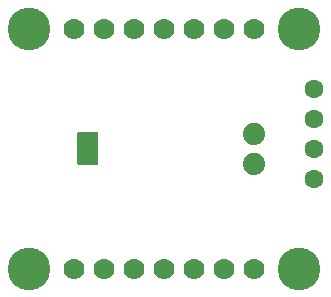
<source format=gbr>
G04 EAGLE Gerber RS-274X export*
G75*
%MOMM*%
%FSLAX34Y34*%
%LPD*%
%INSoldermask Bottom*%
%IPPOS*%
%AMOC8*
5,1,8,0,0,1.08239X$1,22.5*%
G01*
%ADD10C,3.617600*%
%ADD11C,1.778000*%
%ADD12C,1.601600*%
%ADD13C,1.879600*%
%ADD14R,1.701800X1.270000*%
%ADD15R,0.304800X0.736600*%

G36*
X82668Y113046D02*
X82668Y113046D01*
X82787Y113053D01*
X82825Y113066D01*
X82866Y113071D01*
X82976Y113114D01*
X83089Y113151D01*
X83124Y113173D01*
X83161Y113188D01*
X83257Y113258D01*
X83358Y113321D01*
X83386Y113351D01*
X83419Y113374D01*
X83495Y113466D01*
X83576Y113553D01*
X83596Y113588D01*
X83621Y113619D01*
X83672Y113727D01*
X83730Y113831D01*
X83740Y113871D01*
X83757Y113907D01*
X83779Y114024D01*
X83809Y114139D01*
X83813Y114200D01*
X83817Y114220D01*
X83815Y114240D01*
X83819Y114300D01*
X83819Y139700D01*
X83804Y139818D01*
X83797Y139937D01*
X83784Y139975D01*
X83779Y140016D01*
X83736Y140126D01*
X83699Y140239D01*
X83677Y140274D01*
X83662Y140311D01*
X83593Y140407D01*
X83529Y140508D01*
X83499Y140536D01*
X83476Y140569D01*
X83384Y140645D01*
X83297Y140726D01*
X83262Y140746D01*
X83231Y140771D01*
X83123Y140822D01*
X83019Y140880D01*
X82979Y140890D01*
X82943Y140907D01*
X82826Y140929D01*
X82711Y140959D01*
X82651Y140963D01*
X82631Y140967D01*
X82610Y140965D01*
X82550Y140969D01*
X67310Y140969D01*
X67192Y140954D01*
X67073Y140947D01*
X67035Y140934D01*
X66994Y140929D01*
X66884Y140886D01*
X66771Y140849D01*
X66736Y140827D01*
X66699Y140812D01*
X66603Y140743D01*
X66502Y140679D01*
X66474Y140649D01*
X66441Y140626D01*
X66366Y140534D01*
X66284Y140447D01*
X66264Y140412D01*
X66239Y140381D01*
X66188Y140273D01*
X66130Y140169D01*
X66120Y140129D01*
X66103Y140093D01*
X66081Y139976D01*
X66051Y139861D01*
X66047Y139801D01*
X66043Y139781D01*
X66044Y139769D01*
X66043Y139766D01*
X66044Y139753D01*
X66041Y139700D01*
X66041Y114300D01*
X66056Y114182D01*
X66063Y114063D01*
X66076Y114025D01*
X66081Y113984D01*
X66124Y113874D01*
X66161Y113761D01*
X66183Y113726D01*
X66198Y113689D01*
X66268Y113593D01*
X66331Y113492D01*
X66361Y113464D01*
X66384Y113431D01*
X66476Y113356D01*
X66563Y113274D01*
X66598Y113254D01*
X66629Y113229D01*
X66737Y113178D01*
X66841Y113120D01*
X66881Y113110D01*
X66917Y113093D01*
X67034Y113071D01*
X67149Y113041D01*
X67210Y113037D01*
X67230Y113033D01*
X67250Y113035D01*
X67310Y113031D01*
X82550Y113031D01*
X82668Y113046D01*
G37*
D10*
X254000Y25400D03*
X25400Y25400D03*
D11*
X63500Y25400D03*
X88900Y25400D03*
X114300Y25400D03*
X139700Y25400D03*
X165100Y25400D03*
X190500Y25400D03*
X215900Y25400D03*
D10*
X254000Y228600D03*
X25400Y228600D03*
D12*
X266700Y127000D03*
X266700Y101600D03*
X266700Y152400D03*
X266700Y177800D03*
D13*
X215900Y114300D03*
X215900Y139700D03*
D14*
X74930Y134620D03*
X74930Y119380D03*
D15*
X74930Y127000D03*
D11*
X63500Y228600D03*
X88900Y228600D03*
X114300Y228600D03*
X139700Y228600D03*
X165100Y228600D03*
X190500Y228600D03*
X215900Y228600D03*
M02*

</source>
